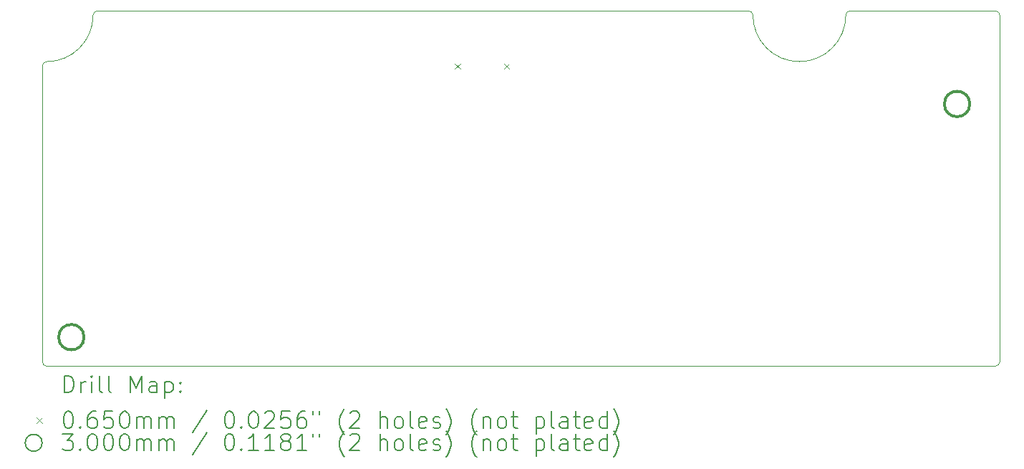
<source format=gbr>
%TF.GenerationSoftware,KiCad,Pcbnew,8.0.3*%
%TF.CreationDate,2024-07-04T14:19:14-04:00*%
%TF.ProjectId,baseboard,62617365-626f-4617-9264-2e6b69636164,A*%
%TF.SameCoordinates,Original*%
%TF.FileFunction,Drillmap*%
%TF.FilePolarity,Positive*%
%FSLAX45Y45*%
G04 Gerber Fmt 4.5, Leading zero omitted, Abs format (unit mm)*
G04 Created by KiCad (PCBNEW 8.0.3) date 2024-07-04 14:19:14*
%MOMM*%
%LPD*%
G01*
G04 APERTURE LIST*
%ADD10C,0.050000*%
%ADD11C,0.200000*%
%ADD12C,0.100000*%
%ADD13C,0.300000*%
G04 APERTURE END LIST*
D10*
X20469320Y-12480000D02*
G75*
G02*
X20419320Y-12530000I-50000J0D01*
G01*
X20419320Y-8330000D02*
G75*
G02*
X20469320Y-8380000I0J-50000D01*
G01*
X9799320Y-8330000D02*
X17499320Y-8330000D01*
X9149320Y-12480000D02*
X9149320Y-8980000D01*
X18699320Y-8330000D02*
X20419320Y-8330000D01*
X9149320Y-8980000D02*
G75*
G02*
X9199320Y-8930000I50000J0D01*
G01*
X20469320Y-8380000D02*
X20469320Y-12480000D01*
X17499829Y-8330000D02*
G75*
G02*
X17549830Y-8380000I1J-50000D01*
G01*
X9749320Y-8380000D02*
G75*
G02*
X9799320Y-8330000I50000J0D01*
G01*
X9749320Y-8380000D02*
G75*
G02*
X9199320Y-8930000I-550000J0D01*
G01*
X9199320Y-12530000D02*
G75*
G02*
X9149320Y-12480000I0J50000D01*
G01*
X18649076Y-8380753D02*
G75*
G02*
X17550584Y-8380000I-549246J753D01*
G01*
X18649320Y-8380000D02*
G75*
G02*
X18699320Y-8330000I50000J0D01*
G01*
X20419320Y-12530000D02*
X9199320Y-12530000D01*
D11*
D12*
X14028500Y-8951250D02*
X14093500Y-9016250D01*
X14093500Y-8951250D02*
X14028500Y-9016250D01*
X14606500Y-8951250D02*
X14671500Y-9016250D01*
X14671500Y-8951250D02*
X14606500Y-9016250D01*
D13*
X9641820Y-12187500D02*
G75*
G02*
X9341820Y-12187500I-150000J0D01*
G01*
X9341820Y-12187500D02*
G75*
G02*
X9641820Y-12187500I150000J0D01*
G01*
X20114320Y-9430000D02*
G75*
G02*
X19814320Y-9430000I-150000J0D01*
G01*
X19814320Y-9430000D02*
G75*
G02*
X20114320Y-9430000I150000J0D01*
G01*
D11*
X9407597Y-12843984D02*
X9407597Y-12643984D01*
X9407597Y-12643984D02*
X9455216Y-12643984D01*
X9455216Y-12643984D02*
X9483787Y-12653508D01*
X9483787Y-12653508D02*
X9502835Y-12672555D01*
X9502835Y-12672555D02*
X9512359Y-12691603D01*
X9512359Y-12691603D02*
X9521883Y-12729698D01*
X9521883Y-12729698D02*
X9521883Y-12758269D01*
X9521883Y-12758269D02*
X9512359Y-12796365D01*
X9512359Y-12796365D02*
X9502835Y-12815412D01*
X9502835Y-12815412D02*
X9483787Y-12834460D01*
X9483787Y-12834460D02*
X9455216Y-12843984D01*
X9455216Y-12843984D02*
X9407597Y-12843984D01*
X9607597Y-12843984D02*
X9607597Y-12710650D01*
X9607597Y-12748746D02*
X9617121Y-12729698D01*
X9617121Y-12729698D02*
X9626644Y-12720174D01*
X9626644Y-12720174D02*
X9645692Y-12710650D01*
X9645692Y-12710650D02*
X9664740Y-12710650D01*
X9731406Y-12843984D02*
X9731406Y-12710650D01*
X9731406Y-12643984D02*
X9721883Y-12653508D01*
X9721883Y-12653508D02*
X9731406Y-12663031D01*
X9731406Y-12663031D02*
X9740930Y-12653508D01*
X9740930Y-12653508D02*
X9731406Y-12643984D01*
X9731406Y-12643984D02*
X9731406Y-12663031D01*
X9855216Y-12843984D02*
X9836168Y-12834460D01*
X9836168Y-12834460D02*
X9826644Y-12815412D01*
X9826644Y-12815412D02*
X9826644Y-12643984D01*
X9959978Y-12843984D02*
X9940930Y-12834460D01*
X9940930Y-12834460D02*
X9931406Y-12815412D01*
X9931406Y-12815412D02*
X9931406Y-12643984D01*
X10188549Y-12843984D02*
X10188549Y-12643984D01*
X10188549Y-12643984D02*
X10255216Y-12786841D01*
X10255216Y-12786841D02*
X10321883Y-12643984D01*
X10321883Y-12643984D02*
X10321883Y-12843984D01*
X10502835Y-12843984D02*
X10502835Y-12739222D01*
X10502835Y-12739222D02*
X10493311Y-12720174D01*
X10493311Y-12720174D02*
X10474264Y-12710650D01*
X10474264Y-12710650D02*
X10436168Y-12710650D01*
X10436168Y-12710650D02*
X10417121Y-12720174D01*
X10502835Y-12834460D02*
X10483787Y-12843984D01*
X10483787Y-12843984D02*
X10436168Y-12843984D01*
X10436168Y-12843984D02*
X10417121Y-12834460D01*
X10417121Y-12834460D02*
X10407597Y-12815412D01*
X10407597Y-12815412D02*
X10407597Y-12796365D01*
X10407597Y-12796365D02*
X10417121Y-12777317D01*
X10417121Y-12777317D02*
X10436168Y-12767793D01*
X10436168Y-12767793D02*
X10483787Y-12767793D01*
X10483787Y-12767793D02*
X10502835Y-12758269D01*
X10598073Y-12710650D02*
X10598073Y-12910650D01*
X10598073Y-12720174D02*
X10617121Y-12710650D01*
X10617121Y-12710650D02*
X10655216Y-12710650D01*
X10655216Y-12710650D02*
X10674264Y-12720174D01*
X10674264Y-12720174D02*
X10683787Y-12729698D01*
X10683787Y-12729698D02*
X10693311Y-12748746D01*
X10693311Y-12748746D02*
X10693311Y-12805888D01*
X10693311Y-12805888D02*
X10683787Y-12824936D01*
X10683787Y-12824936D02*
X10674264Y-12834460D01*
X10674264Y-12834460D02*
X10655216Y-12843984D01*
X10655216Y-12843984D02*
X10617121Y-12843984D01*
X10617121Y-12843984D02*
X10598073Y-12834460D01*
X10779025Y-12824936D02*
X10788549Y-12834460D01*
X10788549Y-12834460D02*
X10779025Y-12843984D01*
X10779025Y-12843984D02*
X10769502Y-12834460D01*
X10769502Y-12834460D02*
X10779025Y-12824936D01*
X10779025Y-12824936D02*
X10779025Y-12843984D01*
X10779025Y-12720174D02*
X10788549Y-12729698D01*
X10788549Y-12729698D02*
X10779025Y-12739222D01*
X10779025Y-12739222D02*
X10769502Y-12729698D01*
X10769502Y-12729698D02*
X10779025Y-12720174D01*
X10779025Y-12720174D02*
X10779025Y-12739222D01*
D12*
X9081820Y-13140000D02*
X9146820Y-13205000D01*
X9146820Y-13140000D02*
X9081820Y-13205000D01*
D11*
X9445692Y-13063984D02*
X9464740Y-13063984D01*
X9464740Y-13063984D02*
X9483787Y-13073508D01*
X9483787Y-13073508D02*
X9493311Y-13083031D01*
X9493311Y-13083031D02*
X9502835Y-13102079D01*
X9502835Y-13102079D02*
X9512359Y-13140174D01*
X9512359Y-13140174D02*
X9512359Y-13187793D01*
X9512359Y-13187793D02*
X9502835Y-13225888D01*
X9502835Y-13225888D02*
X9493311Y-13244936D01*
X9493311Y-13244936D02*
X9483787Y-13254460D01*
X9483787Y-13254460D02*
X9464740Y-13263984D01*
X9464740Y-13263984D02*
X9445692Y-13263984D01*
X9445692Y-13263984D02*
X9426644Y-13254460D01*
X9426644Y-13254460D02*
X9417121Y-13244936D01*
X9417121Y-13244936D02*
X9407597Y-13225888D01*
X9407597Y-13225888D02*
X9398073Y-13187793D01*
X9398073Y-13187793D02*
X9398073Y-13140174D01*
X9398073Y-13140174D02*
X9407597Y-13102079D01*
X9407597Y-13102079D02*
X9417121Y-13083031D01*
X9417121Y-13083031D02*
X9426644Y-13073508D01*
X9426644Y-13073508D02*
X9445692Y-13063984D01*
X9598073Y-13244936D02*
X9607597Y-13254460D01*
X9607597Y-13254460D02*
X9598073Y-13263984D01*
X9598073Y-13263984D02*
X9588549Y-13254460D01*
X9588549Y-13254460D02*
X9598073Y-13244936D01*
X9598073Y-13244936D02*
X9598073Y-13263984D01*
X9779025Y-13063984D02*
X9740930Y-13063984D01*
X9740930Y-13063984D02*
X9721883Y-13073508D01*
X9721883Y-13073508D02*
X9712359Y-13083031D01*
X9712359Y-13083031D02*
X9693311Y-13111603D01*
X9693311Y-13111603D02*
X9683787Y-13149698D01*
X9683787Y-13149698D02*
X9683787Y-13225888D01*
X9683787Y-13225888D02*
X9693311Y-13244936D01*
X9693311Y-13244936D02*
X9702835Y-13254460D01*
X9702835Y-13254460D02*
X9721883Y-13263984D01*
X9721883Y-13263984D02*
X9759978Y-13263984D01*
X9759978Y-13263984D02*
X9779025Y-13254460D01*
X9779025Y-13254460D02*
X9788549Y-13244936D01*
X9788549Y-13244936D02*
X9798073Y-13225888D01*
X9798073Y-13225888D02*
X9798073Y-13178269D01*
X9798073Y-13178269D02*
X9788549Y-13159222D01*
X9788549Y-13159222D02*
X9779025Y-13149698D01*
X9779025Y-13149698D02*
X9759978Y-13140174D01*
X9759978Y-13140174D02*
X9721883Y-13140174D01*
X9721883Y-13140174D02*
X9702835Y-13149698D01*
X9702835Y-13149698D02*
X9693311Y-13159222D01*
X9693311Y-13159222D02*
X9683787Y-13178269D01*
X9979025Y-13063984D02*
X9883787Y-13063984D01*
X9883787Y-13063984D02*
X9874264Y-13159222D01*
X9874264Y-13159222D02*
X9883787Y-13149698D01*
X9883787Y-13149698D02*
X9902835Y-13140174D01*
X9902835Y-13140174D02*
X9950454Y-13140174D01*
X9950454Y-13140174D02*
X9969502Y-13149698D01*
X9969502Y-13149698D02*
X9979025Y-13159222D01*
X9979025Y-13159222D02*
X9988549Y-13178269D01*
X9988549Y-13178269D02*
X9988549Y-13225888D01*
X9988549Y-13225888D02*
X9979025Y-13244936D01*
X9979025Y-13244936D02*
X9969502Y-13254460D01*
X9969502Y-13254460D02*
X9950454Y-13263984D01*
X9950454Y-13263984D02*
X9902835Y-13263984D01*
X9902835Y-13263984D02*
X9883787Y-13254460D01*
X9883787Y-13254460D02*
X9874264Y-13244936D01*
X10112359Y-13063984D02*
X10131406Y-13063984D01*
X10131406Y-13063984D02*
X10150454Y-13073508D01*
X10150454Y-13073508D02*
X10159978Y-13083031D01*
X10159978Y-13083031D02*
X10169502Y-13102079D01*
X10169502Y-13102079D02*
X10179025Y-13140174D01*
X10179025Y-13140174D02*
X10179025Y-13187793D01*
X10179025Y-13187793D02*
X10169502Y-13225888D01*
X10169502Y-13225888D02*
X10159978Y-13244936D01*
X10159978Y-13244936D02*
X10150454Y-13254460D01*
X10150454Y-13254460D02*
X10131406Y-13263984D01*
X10131406Y-13263984D02*
X10112359Y-13263984D01*
X10112359Y-13263984D02*
X10093311Y-13254460D01*
X10093311Y-13254460D02*
X10083787Y-13244936D01*
X10083787Y-13244936D02*
X10074264Y-13225888D01*
X10074264Y-13225888D02*
X10064740Y-13187793D01*
X10064740Y-13187793D02*
X10064740Y-13140174D01*
X10064740Y-13140174D02*
X10074264Y-13102079D01*
X10074264Y-13102079D02*
X10083787Y-13083031D01*
X10083787Y-13083031D02*
X10093311Y-13073508D01*
X10093311Y-13073508D02*
X10112359Y-13063984D01*
X10264740Y-13263984D02*
X10264740Y-13130650D01*
X10264740Y-13149698D02*
X10274264Y-13140174D01*
X10274264Y-13140174D02*
X10293311Y-13130650D01*
X10293311Y-13130650D02*
X10321883Y-13130650D01*
X10321883Y-13130650D02*
X10340930Y-13140174D01*
X10340930Y-13140174D02*
X10350454Y-13159222D01*
X10350454Y-13159222D02*
X10350454Y-13263984D01*
X10350454Y-13159222D02*
X10359978Y-13140174D01*
X10359978Y-13140174D02*
X10379025Y-13130650D01*
X10379025Y-13130650D02*
X10407597Y-13130650D01*
X10407597Y-13130650D02*
X10426645Y-13140174D01*
X10426645Y-13140174D02*
X10436168Y-13159222D01*
X10436168Y-13159222D02*
X10436168Y-13263984D01*
X10531406Y-13263984D02*
X10531406Y-13130650D01*
X10531406Y-13149698D02*
X10540930Y-13140174D01*
X10540930Y-13140174D02*
X10559978Y-13130650D01*
X10559978Y-13130650D02*
X10588549Y-13130650D01*
X10588549Y-13130650D02*
X10607597Y-13140174D01*
X10607597Y-13140174D02*
X10617121Y-13159222D01*
X10617121Y-13159222D02*
X10617121Y-13263984D01*
X10617121Y-13159222D02*
X10626645Y-13140174D01*
X10626645Y-13140174D02*
X10645692Y-13130650D01*
X10645692Y-13130650D02*
X10674264Y-13130650D01*
X10674264Y-13130650D02*
X10693311Y-13140174D01*
X10693311Y-13140174D02*
X10702835Y-13159222D01*
X10702835Y-13159222D02*
X10702835Y-13263984D01*
X11093311Y-13054460D02*
X10921883Y-13311603D01*
X11350454Y-13063984D02*
X11369502Y-13063984D01*
X11369502Y-13063984D02*
X11388549Y-13073508D01*
X11388549Y-13073508D02*
X11398073Y-13083031D01*
X11398073Y-13083031D02*
X11407597Y-13102079D01*
X11407597Y-13102079D02*
X11417121Y-13140174D01*
X11417121Y-13140174D02*
X11417121Y-13187793D01*
X11417121Y-13187793D02*
X11407597Y-13225888D01*
X11407597Y-13225888D02*
X11398073Y-13244936D01*
X11398073Y-13244936D02*
X11388549Y-13254460D01*
X11388549Y-13254460D02*
X11369502Y-13263984D01*
X11369502Y-13263984D02*
X11350454Y-13263984D01*
X11350454Y-13263984D02*
X11331406Y-13254460D01*
X11331406Y-13254460D02*
X11321883Y-13244936D01*
X11321883Y-13244936D02*
X11312359Y-13225888D01*
X11312359Y-13225888D02*
X11302835Y-13187793D01*
X11302835Y-13187793D02*
X11302835Y-13140174D01*
X11302835Y-13140174D02*
X11312359Y-13102079D01*
X11312359Y-13102079D02*
X11321883Y-13083031D01*
X11321883Y-13083031D02*
X11331406Y-13073508D01*
X11331406Y-13073508D02*
X11350454Y-13063984D01*
X11502835Y-13244936D02*
X11512359Y-13254460D01*
X11512359Y-13254460D02*
X11502835Y-13263984D01*
X11502835Y-13263984D02*
X11493311Y-13254460D01*
X11493311Y-13254460D02*
X11502835Y-13244936D01*
X11502835Y-13244936D02*
X11502835Y-13263984D01*
X11636168Y-13063984D02*
X11655216Y-13063984D01*
X11655216Y-13063984D02*
X11674264Y-13073508D01*
X11674264Y-13073508D02*
X11683787Y-13083031D01*
X11683787Y-13083031D02*
X11693311Y-13102079D01*
X11693311Y-13102079D02*
X11702835Y-13140174D01*
X11702835Y-13140174D02*
X11702835Y-13187793D01*
X11702835Y-13187793D02*
X11693311Y-13225888D01*
X11693311Y-13225888D02*
X11683787Y-13244936D01*
X11683787Y-13244936D02*
X11674264Y-13254460D01*
X11674264Y-13254460D02*
X11655216Y-13263984D01*
X11655216Y-13263984D02*
X11636168Y-13263984D01*
X11636168Y-13263984D02*
X11617121Y-13254460D01*
X11617121Y-13254460D02*
X11607597Y-13244936D01*
X11607597Y-13244936D02*
X11598073Y-13225888D01*
X11598073Y-13225888D02*
X11588549Y-13187793D01*
X11588549Y-13187793D02*
X11588549Y-13140174D01*
X11588549Y-13140174D02*
X11598073Y-13102079D01*
X11598073Y-13102079D02*
X11607597Y-13083031D01*
X11607597Y-13083031D02*
X11617121Y-13073508D01*
X11617121Y-13073508D02*
X11636168Y-13063984D01*
X11779026Y-13083031D02*
X11788549Y-13073508D01*
X11788549Y-13073508D02*
X11807597Y-13063984D01*
X11807597Y-13063984D02*
X11855216Y-13063984D01*
X11855216Y-13063984D02*
X11874264Y-13073508D01*
X11874264Y-13073508D02*
X11883787Y-13083031D01*
X11883787Y-13083031D02*
X11893311Y-13102079D01*
X11893311Y-13102079D02*
X11893311Y-13121127D01*
X11893311Y-13121127D02*
X11883787Y-13149698D01*
X11883787Y-13149698D02*
X11769502Y-13263984D01*
X11769502Y-13263984D02*
X11893311Y-13263984D01*
X12074264Y-13063984D02*
X11979026Y-13063984D01*
X11979026Y-13063984D02*
X11969502Y-13159222D01*
X11969502Y-13159222D02*
X11979026Y-13149698D01*
X11979026Y-13149698D02*
X11998073Y-13140174D01*
X11998073Y-13140174D02*
X12045692Y-13140174D01*
X12045692Y-13140174D02*
X12064740Y-13149698D01*
X12064740Y-13149698D02*
X12074264Y-13159222D01*
X12074264Y-13159222D02*
X12083787Y-13178269D01*
X12083787Y-13178269D02*
X12083787Y-13225888D01*
X12083787Y-13225888D02*
X12074264Y-13244936D01*
X12074264Y-13244936D02*
X12064740Y-13254460D01*
X12064740Y-13254460D02*
X12045692Y-13263984D01*
X12045692Y-13263984D02*
X11998073Y-13263984D01*
X11998073Y-13263984D02*
X11979026Y-13254460D01*
X11979026Y-13254460D02*
X11969502Y-13244936D01*
X12255216Y-13063984D02*
X12217121Y-13063984D01*
X12217121Y-13063984D02*
X12198073Y-13073508D01*
X12198073Y-13073508D02*
X12188549Y-13083031D01*
X12188549Y-13083031D02*
X12169502Y-13111603D01*
X12169502Y-13111603D02*
X12159978Y-13149698D01*
X12159978Y-13149698D02*
X12159978Y-13225888D01*
X12159978Y-13225888D02*
X12169502Y-13244936D01*
X12169502Y-13244936D02*
X12179026Y-13254460D01*
X12179026Y-13254460D02*
X12198073Y-13263984D01*
X12198073Y-13263984D02*
X12236168Y-13263984D01*
X12236168Y-13263984D02*
X12255216Y-13254460D01*
X12255216Y-13254460D02*
X12264740Y-13244936D01*
X12264740Y-13244936D02*
X12274264Y-13225888D01*
X12274264Y-13225888D02*
X12274264Y-13178269D01*
X12274264Y-13178269D02*
X12264740Y-13159222D01*
X12264740Y-13159222D02*
X12255216Y-13149698D01*
X12255216Y-13149698D02*
X12236168Y-13140174D01*
X12236168Y-13140174D02*
X12198073Y-13140174D01*
X12198073Y-13140174D02*
X12179026Y-13149698D01*
X12179026Y-13149698D02*
X12169502Y-13159222D01*
X12169502Y-13159222D02*
X12159978Y-13178269D01*
X12350454Y-13063984D02*
X12350454Y-13102079D01*
X12426645Y-13063984D02*
X12426645Y-13102079D01*
X12721883Y-13340174D02*
X12712359Y-13330650D01*
X12712359Y-13330650D02*
X12693311Y-13302079D01*
X12693311Y-13302079D02*
X12683788Y-13283031D01*
X12683788Y-13283031D02*
X12674264Y-13254460D01*
X12674264Y-13254460D02*
X12664740Y-13206841D01*
X12664740Y-13206841D02*
X12664740Y-13168746D01*
X12664740Y-13168746D02*
X12674264Y-13121127D01*
X12674264Y-13121127D02*
X12683788Y-13092555D01*
X12683788Y-13092555D02*
X12693311Y-13073508D01*
X12693311Y-13073508D02*
X12712359Y-13044936D01*
X12712359Y-13044936D02*
X12721883Y-13035412D01*
X12788549Y-13083031D02*
X12798073Y-13073508D01*
X12798073Y-13073508D02*
X12817121Y-13063984D01*
X12817121Y-13063984D02*
X12864740Y-13063984D01*
X12864740Y-13063984D02*
X12883788Y-13073508D01*
X12883788Y-13073508D02*
X12893311Y-13083031D01*
X12893311Y-13083031D02*
X12902835Y-13102079D01*
X12902835Y-13102079D02*
X12902835Y-13121127D01*
X12902835Y-13121127D02*
X12893311Y-13149698D01*
X12893311Y-13149698D02*
X12779026Y-13263984D01*
X12779026Y-13263984D02*
X12902835Y-13263984D01*
X13140930Y-13263984D02*
X13140930Y-13063984D01*
X13226645Y-13263984D02*
X13226645Y-13159222D01*
X13226645Y-13159222D02*
X13217121Y-13140174D01*
X13217121Y-13140174D02*
X13198073Y-13130650D01*
X13198073Y-13130650D02*
X13169502Y-13130650D01*
X13169502Y-13130650D02*
X13150454Y-13140174D01*
X13150454Y-13140174D02*
X13140930Y-13149698D01*
X13350454Y-13263984D02*
X13331407Y-13254460D01*
X13331407Y-13254460D02*
X13321883Y-13244936D01*
X13321883Y-13244936D02*
X13312359Y-13225888D01*
X13312359Y-13225888D02*
X13312359Y-13168746D01*
X13312359Y-13168746D02*
X13321883Y-13149698D01*
X13321883Y-13149698D02*
X13331407Y-13140174D01*
X13331407Y-13140174D02*
X13350454Y-13130650D01*
X13350454Y-13130650D02*
X13379026Y-13130650D01*
X13379026Y-13130650D02*
X13398073Y-13140174D01*
X13398073Y-13140174D02*
X13407597Y-13149698D01*
X13407597Y-13149698D02*
X13417121Y-13168746D01*
X13417121Y-13168746D02*
X13417121Y-13225888D01*
X13417121Y-13225888D02*
X13407597Y-13244936D01*
X13407597Y-13244936D02*
X13398073Y-13254460D01*
X13398073Y-13254460D02*
X13379026Y-13263984D01*
X13379026Y-13263984D02*
X13350454Y-13263984D01*
X13531407Y-13263984D02*
X13512359Y-13254460D01*
X13512359Y-13254460D02*
X13502835Y-13235412D01*
X13502835Y-13235412D02*
X13502835Y-13063984D01*
X13683788Y-13254460D02*
X13664740Y-13263984D01*
X13664740Y-13263984D02*
X13626645Y-13263984D01*
X13626645Y-13263984D02*
X13607597Y-13254460D01*
X13607597Y-13254460D02*
X13598073Y-13235412D01*
X13598073Y-13235412D02*
X13598073Y-13159222D01*
X13598073Y-13159222D02*
X13607597Y-13140174D01*
X13607597Y-13140174D02*
X13626645Y-13130650D01*
X13626645Y-13130650D02*
X13664740Y-13130650D01*
X13664740Y-13130650D02*
X13683788Y-13140174D01*
X13683788Y-13140174D02*
X13693311Y-13159222D01*
X13693311Y-13159222D02*
X13693311Y-13178269D01*
X13693311Y-13178269D02*
X13598073Y-13197317D01*
X13769502Y-13254460D02*
X13788550Y-13263984D01*
X13788550Y-13263984D02*
X13826645Y-13263984D01*
X13826645Y-13263984D02*
X13845692Y-13254460D01*
X13845692Y-13254460D02*
X13855216Y-13235412D01*
X13855216Y-13235412D02*
X13855216Y-13225888D01*
X13855216Y-13225888D02*
X13845692Y-13206841D01*
X13845692Y-13206841D02*
X13826645Y-13197317D01*
X13826645Y-13197317D02*
X13798073Y-13197317D01*
X13798073Y-13197317D02*
X13779026Y-13187793D01*
X13779026Y-13187793D02*
X13769502Y-13168746D01*
X13769502Y-13168746D02*
X13769502Y-13159222D01*
X13769502Y-13159222D02*
X13779026Y-13140174D01*
X13779026Y-13140174D02*
X13798073Y-13130650D01*
X13798073Y-13130650D02*
X13826645Y-13130650D01*
X13826645Y-13130650D02*
X13845692Y-13140174D01*
X13921883Y-13340174D02*
X13931407Y-13330650D01*
X13931407Y-13330650D02*
X13950454Y-13302079D01*
X13950454Y-13302079D02*
X13959978Y-13283031D01*
X13959978Y-13283031D02*
X13969502Y-13254460D01*
X13969502Y-13254460D02*
X13979026Y-13206841D01*
X13979026Y-13206841D02*
X13979026Y-13168746D01*
X13979026Y-13168746D02*
X13969502Y-13121127D01*
X13969502Y-13121127D02*
X13959978Y-13092555D01*
X13959978Y-13092555D02*
X13950454Y-13073508D01*
X13950454Y-13073508D02*
X13931407Y-13044936D01*
X13931407Y-13044936D02*
X13921883Y-13035412D01*
X14283788Y-13340174D02*
X14274264Y-13330650D01*
X14274264Y-13330650D02*
X14255216Y-13302079D01*
X14255216Y-13302079D02*
X14245692Y-13283031D01*
X14245692Y-13283031D02*
X14236169Y-13254460D01*
X14236169Y-13254460D02*
X14226645Y-13206841D01*
X14226645Y-13206841D02*
X14226645Y-13168746D01*
X14226645Y-13168746D02*
X14236169Y-13121127D01*
X14236169Y-13121127D02*
X14245692Y-13092555D01*
X14245692Y-13092555D02*
X14255216Y-13073508D01*
X14255216Y-13073508D02*
X14274264Y-13044936D01*
X14274264Y-13044936D02*
X14283788Y-13035412D01*
X14359978Y-13130650D02*
X14359978Y-13263984D01*
X14359978Y-13149698D02*
X14369502Y-13140174D01*
X14369502Y-13140174D02*
X14388550Y-13130650D01*
X14388550Y-13130650D02*
X14417121Y-13130650D01*
X14417121Y-13130650D02*
X14436169Y-13140174D01*
X14436169Y-13140174D02*
X14445692Y-13159222D01*
X14445692Y-13159222D02*
X14445692Y-13263984D01*
X14569502Y-13263984D02*
X14550454Y-13254460D01*
X14550454Y-13254460D02*
X14540931Y-13244936D01*
X14540931Y-13244936D02*
X14531407Y-13225888D01*
X14531407Y-13225888D02*
X14531407Y-13168746D01*
X14531407Y-13168746D02*
X14540931Y-13149698D01*
X14540931Y-13149698D02*
X14550454Y-13140174D01*
X14550454Y-13140174D02*
X14569502Y-13130650D01*
X14569502Y-13130650D02*
X14598073Y-13130650D01*
X14598073Y-13130650D02*
X14617121Y-13140174D01*
X14617121Y-13140174D02*
X14626645Y-13149698D01*
X14626645Y-13149698D02*
X14636169Y-13168746D01*
X14636169Y-13168746D02*
X14636169Y-13225888D01*
X14636169Y-13225888D02*
X14626645Y-13244936D01*
X14626645Y-13244936D02*
X14617121Y-13254460D01*
X14617121Y-13254460D02*
X14598073Y-13263984D01*
X14598073Y-13263984D02*
X14569502Y-13263984D01*
X14693312Y-13130650D02*
X14769502Y-13130650D01*
X14721883Y-13063984D02*
X14721883Y-13235412D01*
X14721883Y-13235412D02*
X14731407Y-13254460D01*
X14731407Y-13254460D02*
X14750454Y-13263984D01*
X14750454Y-13263984D02*
X14769502Y-13263984D01*
X14988550Y-13130650D02*
X14988550Y-13330650D01*
X14988550Y-13140174D02*
X15007597Y-13130650D01*
X15007597Y-13130650D02*
X15045693Y-13130650D01*
X15045693Y-13130650D02*
X15064740Y-13140174D01*
X15064740Y-13140174D02*
X15074264Y-13149698D01*
X15074264Y-13149698D02*
X15083788Y-13168746D01*
X15083788Y-13168746D02*
X15083788Y-13225888D01*
X15083788Y-13225888D02*
X15074264Y-13244936D01*
X15074264Y-13244936D02*
X15064740Y-13254460D01*
X15064740Y-13254460D02*
X15045693Y-13263984D01*
X15045693Y-13263984D02*
X15007597Y-13263984D01*
X15007597Y-13263984D02*
X14988550Y-13254460D01*
X15198073Y-13263984D02*
X15179026Y-13254460D01*
X15179026Y-13254460D02*
X15169502Y-13235412D01*
X15169502Y-13235412D02*
X15169502Y-13063984D01*
X15359978Y-13263984D02*
X15359978Y-13159222D01*
X15359978Y-13159222D02*
X15350454Y-13140174D01*
X15350454Y-13140174D02*
X15331407Y-13130650D01*
X15331407Y-13130650D02*
X15293312Y-13130650D01*
X15293312Y-13130650D02*
X15274264Y-13140174D01*
X15359978Y-13254460D02*
X15340931Y-13263984D01*
X15340931Y-13263984D02*
X15293312Y-13263984D01*
X15293312Y-13263984D02*
X15274264Y-13254460D01*
X15274264Y-13254460D02*
X15264740Y-13235412D01*
X15264740Y-13235412D02*
X15264740Y-13216365D01*
X15264740Y-13216365D02*
X15274264Y-13197317D01*
X15274264Y-13197317D02*
X15293312Y-13187793D01*
X15293312Y-13187793D02*
X15340931Y-13187793D01*
X15340931Y-13187793D02*
X15359978Y-13178269D01*
X15426645Y-13130650D02*
X15502835Y-13130650D01*
X15455216Y-13063984D02*
X15455216Y-13235412D01*
X15455216Y-13235412D02*
X15464740Y-13254460D01*
X15464740Y-13254460D02*
X15483788Y-13263984D01*
X15483788Y-13263984D02*
X15502835Y-13263984D01*
X15645693Y-13254460D02*
X15626645Y-13263984D01*
X15626645Y-13263984D02*
X15588550Y-13263984D01*
X15588550Y-13263984D02*
X15569502Y-13254460D01*
X15569502Y-13254460D02*
X15559978Y-13235412D01*
X15559978Y-13235412D02*
X15559978Y-13159222D01*
X15559978Y-13159222D02*
X15569502Y-13140174D01*
X15569502Y-13140174D02*
X15588550Y-13130650D01*
X15588550Y-13130650D02*
X15626645Y-13130650D01*
X15626645Y-13130650D02*
X15645693Y-13140174D01*
X15645693Y-13140174D02*
X15655216Y-13159222D01*
X15655216Y-13159222D02*
X15655216Y-13178269D01*
X15655216Y-13178269D02*
X15559978Y-13197317D01*
X15826645Y-13263984D02*
X15826645Y-13063984D01*
X15826645Y-13254460D02*
X15807597Y-13263984D01*
X15807597Y-13263984D02*
X15769502Y-13263984D01*
X15769502Y-13263984D02*
X15750454Y-13254460D01*
X15750454Y-13254460D02*
X15740931Y-13244936D01*
X15740931Y-13244936D02*
X15731407Y-13225888D01*
X15731407Y-13225888D02*
X15731407Y-13168746D01*
X15731407Y-13168746D02*
X15740931Y-13149698D01*
X15740931Y-13149698D02*
X15750454Y-13140174D01*
X15750454Y-13140174D02*
X15769502Y-13130650D01*
X15769502Y-13130650D02*
X15807597Y-13130650D01*
X15807597Y-13130650D02*
X15826645Y-13140174D01*
X15902835Y-13340174D02*
X15912359Y-13330650D01*
X15912359Y-13330650D02*
X15931407Y-13302079D01*
X15931407Y-13302079D02*
X15940931Y-13283031D01*
X15940931Y-13283031D02*
X15950454Y-13254460D01*
X15950454Y-13254460D02*
X15959978Y-13206841D01*
X15959978Y-13206841D02*
X15959978Y-13168746D01*
X15959978Y-13168746D02*
X15950454Y-13121127D01*
X15950454Y-13121127D02*
X15940931Y-13092555D01*
X15940931Y-13092555D02*
X15931407Y-13073508D01*
X15931407Y-13073508D02*
X15912359Y-13044936D01*
X15912359Y-13044936D02*
X15902835Y-13035412D01*
X9146820Y-13436500D02*
G75*
G02*
X8946820Y-13436500I-100000J0D01*
G01*
X8946820Y-13436500D02*
G75*
G02*
X9146820Y-13436500I100000J0D01*
G01*
X9388549Y-13327984D02*
X9512359Y-13327984D01*
X9512359Y-13327984D02*
X9445692Y-13404174D01*
X9445692Y-13404174D02*
X9474264Y-13404174D01*
X9474264Y-13404174D02*
X9493311Y-13413698D01*
X9493311Y-13413698D02*
X9502835Y-13423222D01*
X9502835Y-13423222D02*
X9512359Y-13442269D01*
X9512359Y-13442269D02*
X9512359Y-13489888D01*
X9512359Y-13489888D02*
X9502835Y-13508936D01*
X9502835Y-13508936D02*
X9493311Y-13518460D01*
X9493311Y-13518460D02*
X9474264Y-13527984D01*
X9474264Y-13527984D02*
X9417121Y-13527984D01*
X9417121Y-13527984D02*
X9398073Y-13518460D01*
X9398073Y-13518460D02*
X9388549Y-13508936D01*
X9598073Y-13508936D02*
X9607597Y-13518460D01*
X9607597Y-13518460D02*
X9598073Y-13527984D01*
X9598073Y-13527984D02*
X9588549Y-13518460D01*
X9588549Y-13518460D02*
X9598073Y-13508936D01*
X9598073Y-13508936D02*
X9598073Y-13527984D01*
X9731406Y-13327984D02*
X9750454Y-13327984D01*
X9750454Y-13327984D02*
X9769502Y-13337508D01*
X9769502Y-13337508D02*
X9779025Y-13347031D01*
X9779025Y-13347031D02*
X9788549Y-13366079D01*
X9788549Y-13366079D02*
X9798073Y-13404174D01*
X9798073Y-13404174D02*
X9798073Y-13451793D01*
X9798073Y-13451793D02*
X9788549Y-13489888D01*
X9788549Y-13489888D02*
X9779025Y-13508936D01*
X9779025Y-13508936D02*
X9769502Y-13518460D01*
X9769502Y-13518460D02*
X9750454Y-13527984D01*
X9750454Y-13527984D02*
X9731406Y-13527984D01*
X9731406Y-13527984D02*
X9712359Y-13518460D01*
X9712359Y-13518460D02*
X9702835Y-13508936D01*
X9702835Y-13508936D02*
X9693311Y-13489888D01*
X9693311Y-13489888D02*
X9683787Y-13451793D01*
X9683787Y-13451793D02*
X9683787Y-13404174D01*
X9683787Y-13404174D02*
X9693311Y-13366079D01*
X9693311Y-13366079D02*
X9702835Y-13347031D01*
X9702835Y-13347031D02*
X9712359Y-13337508D01*
X9712359Y-13337508D02*
X9731406Y-13327984D01*
X9921883Y-13327984D02*
X9940930Y-13327984D01*
X9940930Y-13327984D02*
X9959978Y-13337508D01*
X9959978Y-13337508D02*
X9969502Y-13347031D01*
X9969502Y-13347031D02*
X9979025Y-13366079D01*
X9979025Y-13366079D02*
X9988549Y-13404174D01*
X9988549Y-13404174D02*
X9988549Y-13451793D01*
X9988549Y-13451793D02*
X9979025Y-13489888D01*
X9979025Y-13489888D02*
X9969502Y-13508936D01*
X9969502Y-13508936D02*
X9959978Y-13518460D01*
X9959978Y-13518460D02*
X9940930Y-13527984D01*
X9940930Y-13527984D02*
X9921883Y-13527984D01*
X9921883Y-13527984D02*
X9902835Y-13518460D01*
X9902835Y-13518460D02*
X9893311Y-13508936D01*
X9893311Y-13508936D02*
X9883787Y-13489888D01*
X9883787Y-13489888D02*
X9874264Y-13451793D01*
X9874264Y-13451793D02*
X9874264Y-13404174D01*
X9874264Y-13404174D02*
X9883787Y-13366079D01*
X9883787Y-13366079D02*
X9893311Y-13347031D01*
X9893311Y-13347031D02*
X9902835Y-13337508D01*
X9902835Y-13337508D02*
X9921883Y-13327984D01*
X10112359Y-13327984D02*
X10131406Y-13327984D01*
X10131406Y-13327984D02*
X10150454Y-13337508D01*
X10150454Y-13337508D02*
X10159978Y-13347031D01*
X10159978Y-13347031D02*
X10169502Y-13366079D01*
X10169502Y-13366079D02*
X10179025Y-13404174D01*
X10179025Y-13404174D02*
X10179025Y-13451793D01*
X10179025Y-13451793D02*
X10169502Y-13489888D01*
X10169502Y-13489888D02*
X10159978Y-13508936D01*
X10159978Y-13508936D02*
X10150454Y-13518460D01*
X10150454Y-13518460D02*
X10131406Y-13527984D01*
X10131406Y-13527984D02*
X10112359Y-13527984D01*
X10112359Y-13527984D02*
X10093311Y-13518460D01*
X10093311Y-13518460D02*
X10083787Y-13508936D01*
X10083787Y-13508936D02*
X10074264Y-13489888D01*
X10074264Y-13489888D02*
X10064740Y-13451793D01*
X10064740Y-13451793D02*
X10064740Y-13404174D01*
X10064740Y-13404174D02*
X10074264Y-13366079D01*
X10074264Y-13366079D02*
X10083787Y-13347031D01*
X10083787Y-13347031D02*
X10093311Y-13337508D01*
X10093311Y-13337508D02*
X10112359Y-13327984D01*
X10264740Y-13527984D02*
X10264740Y-13394650D01*
X10264740Y-13413698D02*
X10274264Y-13404174D01*
X10274264Y-13404174D02*
X10293311Y-13394650D01*
X10293311Y-13394650D02*
X10321883Y-13394650D01*
X10321883Y-13394650D02*
X10340930Y-13404174D01*
X10340930Y-13404174D02*
X10350454Y-13423222D01*
X10350454Y-13423222D02*
X10350454Y-13527984D01*
X10350454Y-13423222D02*
X10359978Y-13404174D01*
X10359978Y-13404174D02*
X10379025Y-13394650D01*
X10379025Y-13394650D02*
X10407597Y-13394650D01*
X10407597Y-13394650D02*
X10426645Y-13404174D01*
X10426645Y-13404174D02*
X10436168Y-13423222D01*
X10436168Y-13423222D02*
X10436168Y-13527984D01*
X10531406Y-13527984D02*
X10531406Y-13394650D01*
X10531406Y-13413698D02*
X10540930Y-13404174D01*
X10540930Y-13404174D02*
X10559978Y-13394650D01*
X10559978Y-13394650D02*
X10588549Y-13394650D01*
X10588549Y-13394650D02*
X10607597Y-13404174D01*
X10607597Y-13404174D02*
X10617121Y-13423222D01*
X10617121Y-13423222D02*
X10617121Y-13527984D01*
X10617121Y-13423222D02*
X10626645Y-13404174D01*
X10626645Y-13404174D02*
X10645692Y-13394650D01*
X10645692Y-13394650D02*
X10674264Y-13394650D01*
X10674264Y-13394650D02*
X10693311Y-13404174D01*
X10693311Y-13404174D02*
X10702835Y-13423222D01*
X10702835Y-13423222D02*
X10702835Y-13527984D01*
X11093311Y-13318460D02*
X10921883Y-13575603D01*
X11350454Y-13327984D02*
X11369502Y-13327984D01*
X11369502Y-13327984D02*
X11388549Y-13337508D01*
X11388549Y-13337508D02*
X11398073Y-13347031D01*
X11398073Y-13347031D02*
X11407597Y-13366079D01*
X11407597Y-13366079D02*
X11417121Y-13404174D01*
X11417121Y-13404174D02*
X11417121Y-13451793D01*
X11417121Y-13451793D02*
X11407597Y-13489888D01*
X11407597Y-13489888D02*
X11398073Y-13508936D01*
X11398073Y-13508936D02*
X11388549Y-13518460D01*
X11388549Y-13518460D02*
X11369502Y-13527984D01*
X11369502Y-13527984D02*
X11350454Y-13527984D01*
X11350454Y-13527984D02*
X11331406Y-13518460D01*
X11331406Y-13518460D02*
X11321883Y-13508936D01*
X11321883Y-13508936D02*
X11312359Y-13489888D01*
X11312359Y-13489888D02*
X11302835Y-13451793D01*
X11302835Y-13451793D02*
X11302835Y-13404174D01*
X11302835Y-13404174D02*
X11312359Y-13366079D01*
X11312359Y-13366079D02*
X11321883Y-13347031D01*
X11321883Y-13347031D02*
X11331406Y-13337508D01*
X11331406Y-13337508D02*
X11350454Y-13327984D01*
X11502835Y-13508936D02*
X11512359Y-13518460D01*
X11512359Y-13518460D02*
X11502835Y-13527984D01*
X11502835Y-13527984D02*
X11493311Y-13518460D01*
X11493311Y-13518460D02*
X11502835Y-13508936D01*
X11502835Y-13508936D02*
X11502835Y-13527984D01*
X11702835Y-13527984D02*
X11588549Y-13527984D01*
X11645692Y-13527984D02*
X11645692Y-13327984D01*
X11645692Y-13327984D02*
X11626645Y-13356555D01*
X11626645Y-13356555D02*
X11607597Y-13375603D01*
X11607597Y-13375603D02*
X11588549Y-13385127D01*
X11893311Y-13527984D02*
X11779026Y-13527984D01*
X11836168Y-13527984D02*
X11836168Y-13327984D01*
X11836168Y-13327984D02*
X11817121Y-13356555D01*
X11817121Y-13356555D02*
X11798073Y-13375603D01*
X11798073Y-13375603D02*
X11779026Y-13385127D01*
X12007597Y-13413698D02*
X11988549Y-13404174D01*
X11988549Y-13404174D02*
X11979026Y-13394650D01*
X11979026Y-13394650D02*
X11969502Y-13375603D01*
X11969502Y-13375603D02*
X11969502Y-13366079D01*
X11969502Y-13366079D02*
X11979026Y-13347031D01*
X11979026Y-13347031D02*
X11988549Y-13337508D01*
X11988549Y-13337508D02*
X12007597Y-13327984D01*
X12007597Y-13327984D02*
X12045692Y-13327984D01*
X12045692Y-13327984D02*
X12064740Y-13337508D01*
X12064740Y-13337508D02*
X12074264Y-13347031D01*
X12074264Y-13347031D02*
X12083787Y-13366079D01*
X12083787Y-13366079D02*
X12083787Y-13375603D01*
X12083787Y-13375603D02*
X12074264Y-13394650D01*
X12074264Y-13394650D02*
X12064740Y-13404174D01*
X12064740Y-13404174D02*
X12045692Y-13413698D01*
X12045692Y-13413698D02*
X12007597Y-13413698D01*
X12007597Y-13413698D02*
X11988549Y-13423222D01*
X11988549Y-13423222D02*
X11979026Y-13432746D01*
X11979026Y-13432746D02*
X11969502Y-13451793D01*
X11969502Y-13451793D02*
X11969502Y-13489888D01*
X11969502Y-13489888D02*
X11979026Y-13508936D01*
X11979026Y-13508936D02*
X11988549Y-13518460D01*
X11988549Y-13518460D02*
X12007597Y-13527984D01*
X12007597Y-13527984D02*
X12045692Y-13527984D01*
X12045692Y-13527984D02*
X12064740Y-13518460D01*
X12064740Y-13518460D02*
X12074264Y-13508936D01*
X12074264Y-13508936D02*
X12083787Y-13489888D01*
X12083787Y-13489888D02*
X12083787Y-13451793D01*
X12083787Y-13451793D02*
X12074264Y-13432746D01*
X12074264Y-13432746D02*
X12064740Y-13423222D01*
X12064740Y-13423222D02*
X12045692Y-13413698D01*
X12274264Y-13527984D02*
X12159978Y-13527984D01*
X12217121Y-13527984D02*
X12217121Y-13327984D01*
X12217121Y-13327984D02*
X12198073Y-13356555D01*
X12198073Y-13356555D02*
X12179026Y-13375603D01*
X12179026Y-13375603D02*
X12159978Y-13385127D01*
X12350454Y-13327984D02*
X12350454Y-13366079D01*
X12426645Y-13327984D02*
X12426645Y-13366079D01*
X12721883Y-13604174D02*
X12712359Y-13594650D01*
X12712359Y-13594650D02*
X12693311Y-13566079D01*
X12693311Y-13566079D02*
X12683788Y-13547031D01*
X12683788Y-13547031D02*
X12674264Y-13518460D01*
X12674264Y-13518460D02*
X12664740Y-13470841D01*
X12664740Y-13470841D02*
X12664740Y-13432746D01*
X12664740Y-13432746D02*
X12674264Y-13385127D01*
X12674264Y-13385127D02*
X12683788Y-13356555D01*
X12683788Y-13356555D02*
X12693311Y-13337508D01*
X12693311Y-13337508D02*
X12712359Y-13308936D01*
X12712359Y-13308936D02*
X12721883Y-13299412D01*
X12788549Y-13347031D02*
X12798073Y-13337508D01*
X12798073Y-13337508D02*
X12817121Y-13327984D01*
X12817121Y-13327984D02*
X12864740Y-13327984D01*
X12864740Y-13327984D02*
X12883788Y-13337508D01*
X12883788Y-13337508D02*
X12893311Y-13347031D01*
X12893311Y-13347031D02*
X12902835Y-13366079D01*
X12902835Y-13366079D02*
X12902835Y-13385127D01*
X12902835Y-13385127D02*
X12893311Y-13413698D01*
X12893311Y-13413698D02*
X12779026Y-13527984D01*
X12779026Y-13527984D02*
X12902835Y-13527984D01*
X13140930Y-13527984D02*
X13140930Y-13327984D01*
X13226645Y-13527984D02*
X13226645Y-13423222D01*
X13226645Y-13423222D02*
X13217121Y-13404174D01*
X13217121Y-13404174D02*
X13198073Y-13394650D01*
X13198073Y-13394650D02*
X13169502Y-13394650D01*
X13169502Y-13394650D02*
X13150454Y-13404174D01*
X13150454Y-13404174D02*
X13140930Y-13413698D01*
X13350454Y-13527984D02*
X13331407Y-13518460D01*
X13331407Y-13518460D02*
X13321883Y-13508936D01*
X13321883Y-13508936D02*
X13312359Y-13489888D01*
X13312359Y-13489888D02*
X13312359Y-13432746D01*
X13312359Y-13432746D02*
X13321883Y-13413698D01*
X13321883Y-13413698D02*
X13331407Y-13404174D01*
X13331407Y-13404174D02*
X13350454Y-13394650D01*
X13350454Y-13394650D02*
X13379026Y-13394650D01*
X13379026Y-13394650D02*
X13398073Y-13404174D01*
X13398073Y-13404174D02*
X13407597Y-13413698D01*
X13407597Y-13413698D02*
X13417121Y-13432746D01*
X13417121Y-13432746D02*
X13417121Y-13489888D01*
X13417121Y-13489888D02*
X13407597Y-13508936D01*
X13407597Y-13508936D02*
X13398073Y-13518460D01*
X13398073Y-13518460D02*
X13379026Y-13527984D01*
X13379026Y-13527984D02*
X13350454Y-13527984D01*
X13531407Y-13527984D02*
X13512359Y-13518460D01*
X13512359Y-13518460D02*
X13502835Y-13499412D01*
X13502835Y-13499412D02*
X13502835Y-13327984D01*
X13683788Y-13518460D02*
X13664740Y-13527984D01*
X13664740Y-13527984D02*
X13626645Y-13527984D01*
X13626645Y-13527984D02*
X13607597Y-13518460D01*
X13607597Y-13518460D02*
X13598073Y-13499412D01*
X13598073Y-13499412D02*
X13598073Y-13423222D01*
X13598073Y-13423222D02*
X13607597Y-13404174D01*
X13607597Y-13404174D02*
X13626645Y-13394650D01*
X13626645Y-13394650D02*
X13664740Y-13394650D01*
X13664740Y-13394650D02*
X13683788Y-13404174D01*
X13683788Y-13404174D02*
X13693311Y-13423222D01*
X13693311Y-13423222D02*
X13693311Y-13442269D01*
X13693311Y-13442269D02*
X13598073Y-13461317D01*
X13769502Y-13518460D02*
X13788550Y-13527984D01*
X13788550Y-13527984D02*
X13826645Y-13527984D01*
X13826645Y-13527984D02*
X13845692Y-13518460D01*
X13845692Y-13518460D02*
X13855216Y-13499412D01*
X13855216Y-13499412D02*
X13855216Y-13489888D01*
X13855216Y-13489888D02*
X13845692Y-13470841D01*
X13845692Y-13470841D02*
X13826645Y-13461317D01*
X13826645Y-13461317D02*
X13798073Y-13461317D01*
X13798073Y-13461317D02*
X13779026Y-13451793D01*
X13779026Y-13451793D02*
X13769502Y-13432746D01*
X13769502Y-13432746D02*
X13769502Y-13423222D01*
X13769502Y-13423222D02*
X13779026Y-13404174D01*
X13779026Y-13404174D02*
X13798073Y-13394650D01*
X13798073Y-13394650D02*
X13826645Y-13394650D01*
X13826645Y-13394650D02*
X13845692Y-13404174D01*
X13921883Y-13604174D02*
X13931407Y-13594650D01*
X13931407Y-13594650D02*
X13950454Y-13566079D01*
X13950454Y-13566079D02*
X13959978Y-13547031D01*
X13959978Y-13547031D02*
X13969502Y-13518460D01*
X13969502Y-13518460D02*
X13979026Y-13470841D01*
X13979026Y-13470841D02*
X13979026Y-13432746D01*
X13979026Y-13432746D02*
X13969502Y-13385127D01*
X13969502Y-13385127D02*
X13959978Y-13356555D01*
X13959978Y-13356555D02*
X13950454Y-13337508D01*
X13950454Y-13337508D02*
X13931407Y-13308936D01*
X13931407Y-13308936D02*
X13921883Y-13299412D01*
X14283788Y-13604174D02*
X14274264Y-13594650D01*
X14274264Y-13594650D02*
X14255216Y-13566079D01*
X14255216Y-13566079D02*
X14245692Y-13547031D01*
X14245692Y-13547031D02*
X14236169Y-13518460D01*
X14236169Y-13518460D02*
X14226645Y-13470841D01*
X14226645Y-13470841D02*
X14226645Y-13432746D01*
X14226645Y-13432746D02*
X14236169Y-13385127D01*
X14236169Y-13385127D02*
X14245692Y-13356555D01*
X14245692Y-13356555D02*
X14255216Y-13337508D01*
X14255216Y-13337508D02*
X14274264Y-13308936D01*
X14274264Y-13308936D02*
X14283788Y-13299412D01*
X14359978Y-13394650D02*
X14359978Y-13527984D01*
X14359978Y-13413698D02*
X14369502Y-13404174D01*
X14369502Y-13404174D02*
X14388550Y-13394650D01*
X14388550Y-13394650D02*
X14417121Y-13394650D01*
X14417121Y-13394650D02*
X14436169Y-13404174D01*
X14436169Y-13404174D02*
X14445692Y-13423222D01*
X14445692Y-13423222D02*
X14445692Y-13527984D01*
X14569502Y-13527984D02*
X14550454Y-13518460D01*
X14550454Y-13518460D02*
X14540931Y-13508936D01*
X14540931Y-13508936D02*
X14531407Y-13489888D01*
X14531407Y-13489888D02*
X14531407Y-13432746D01*
X14531407Y-13432746D02*
X14540931Y-13413698D01*
X14540931Y-13413698D02*
X14550454Y-13404174D01*
X14550454Y-13404174D02*
X14569502Y-13394650D01*
X14569502Y-13394650D02*
X14598073Y-13394650D01*
X14598073Y-13394650D02*
X14617121Y-13404174D01*
X14617121Y-13404174D02*
X14626645Y-13413698D01*
X14626645Y-13413698D02*
X14636169Y-13432746D01*
X14636169Y-13432746D02*
X14636169Y-13489888D01*
X14636169Y-13489888D02*
X14626645Y-13508936D01*
X14626645Y-13508936D02*
X14617121Y-13518460D01*
X14617121Y-13518460D02*
X14598073Y-13527984D01*
X14598073Y-13527984D02*
X14569502Y-13527984D01*
X14693312Y-13394650D02*
X14769502Y-13394650D01*
X14721883Y-13327984D02*
X14721883Y-13499412D01*
X14721883Y-13499412D02*
X14731407Y-13518460D01*
X14731407Y-13518460D02*
X14750454Y-13527984D01*
X14750454Y-13527984D02*
X14769502Y-13527984D01*
X14988550Y-13394650D02*
X14988550Y-13594650D01*
X14988550Y-13404174D02*
X15007597Y-13394650D01*
X15007597Y-13394650D02*
X15045693Y-13394650D01*
X15045693Y-13394650D02*
X15064740Y-13404174D01*
X15064740Y-13404174D02*
X15074264Y-13413698D01*
X15074264Y-13413698D02*
X15083788Y-13432746D01*
X15083788Y-13432746D02*
X15083788Y-13489888D01*
X15083788Y-13489888D02*
X15074264Y-13508936D01*
X15074264Y-13508936D02*
X15064740Y-13518460D01*
X15064740Y-13518460D02*
X15045693Y-13527984D01*
X15045693Y-13527984D02*
X15007597Y-13527984D01*
X15007597Y-13527984D02*
X14988550Y-13518460D01*
X15198073Y-13527984D02*
X15179026Y-13518460D01*
X15179026Y-13518460D02*
X15169502Y-13499412D01*
X15169502Y-13499412D02*
X15169502Y-13327984D01*
X15359978Y-13527984D02*
X15359978Y-13423222D01*
X15359978Y-13423222D02*
X15350454Y-13404174D01*
X15350454Y-13404174D02*
X15331407Y-13394650D01*
X15331407Y-13394650D02*
X15293312Y-13394650D01*
X15293312Y-13394650D02*
X15274264Y-13404174D01*
X15359978Y-13518460D02*
X15340931Y-13527984D01*
X15340931Y-13527984D02*
X15293312Y-13527984D01*
X15293312Y-13527984D02*
X15274264Y-13518460D01*
X15274264Y-13518460D02*
X15264740Y-13499412D01*
X15264740Y-13499412D02*
X15264740Y-13480365D01*
X15264740Y-13480365D02*
X15274264Y-13461317D01*
X15274264Y-13461317D02*
X15293312Y-13451793D01*
X15293312Y-13451793D02*
X15340931Y-13451793D01*
X15340931Y-13451793D02*
X15359978Y-13442269D01*
X15426645Y-13394650D02*
X15502835Y-13394650D01*
X15455216Y-13327984D02*
X15455216Y-13499412D01*
X15455216Y-13499412D02*
X15464740Y-13518460D01*
X15464740Y-13518460D02*
X15483788Y-13527984D01*
X15483788Y-13527984D02*
X15502835Y-13527984D01*
X15645693Y-13518460D02*
X15626645Y-13527984D01*
X15626645Y-13527984D02*
X15588550Y-13527984D01*
X15588550Y-13527984D02*
X15569502Y-13518460D01*
X15569502Y-13518460D02*
X15559978Y-13499412D01*
X15559978Y-13499412D02*
X15559978Y-13423222D01*
X15559978Y-13423222D02*
X15569502Y-13404174D01*
X15569502Y-13404174D02*
X15588550Y-13394650D01*
X15588550Y-13394650D02*
X15626645Y-13394650D01*
X15626645Y-13394650D02*
X15645693Y-13404174D01*
X15645693Y-13404174D02*
X15655216Y-13423222D01*
X15655216Y-13423222D02*
X15655216Y-13442269D01*
X15655216Y-13442269D02*
X15559978Y-13461317D01*
X15826645Y-13527984D02*
X15826645Y-13327984D01*
X15826645Y-13518460D02*
X15807597Y-13527984D01*
X15807597Y-13527984D02*
X15769502Y-13527984D01*
X15769502Y-13527984D02*
X15750454Y-13518460D01*
X15750454Y-13518460D02*
X15740931Y-13508936D01*
X15740931Y-13508936D02*
X15731407Y-13489888D01*
X15731407Y-13489888D02*
X15731407Y-13432746D01*
X15731407Y-13432746D02*
X15740931Y-13413698D01*
X15740931Y-13413698D02*
X15750454Y-13404174D01*
X15750454Y-13404174D02*
X15769502Y-13394650D01*
X15769502Y-13394650D02*
X15807597Y-13394650D01*
X15807597Y-13394650D02*
X15826645Y-13404174D01*
X15902835Y-13604174D02*
X15912359Y-13594650D01*
X15912359Y-13594650D02*
X15931407Y-13566079D01*
X15931407Y-13566079D02*
X15940931Y-13547031D01*
X15940931Y-13547031D02*
X15950454Y-13518460D01*
X15950454Y-13518460D02*
X15959978Y-13470841D01*
X15959978Y-13470841D02*
X15959978Y-13432746D01*
X15959978Y-13432746D02*
X15950454Y-13385127D01*
X15950454Y-13385127D02*
X15940931Y-13356555D01*
X15940931Y-13356555D02*
X15931407Y-13337508D01*
X15931407Y-13337508D02*
X15912359Y-13308936D01*
X15912359Y-13308936D02*
X15902835Y-13299412D01*
M02*

</source>
